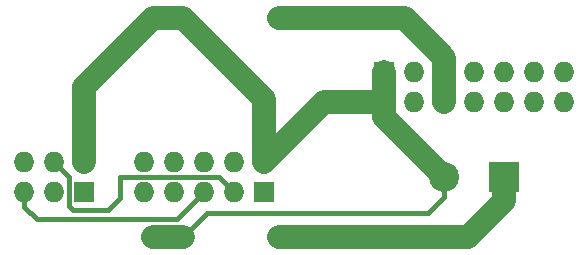
<source format=gbr>
G04 #@! TF.FileFunction,Copper,L2,Bot,Signal*
%FSLAX46Y46*%
G04 Gerber Fmt 4.6, Leading zero omitted, Abs format (unit mm)*
G04 Created by KiCad (PCBNEW 4.0.2+dfsg1-stable) date Sat 09 Apr 2016 11:20:45 AM EDT*
%MOMM*%
G01*
G04 APERTURE LIST*
%ADD10C,0.100000*%
%ADD11R,1.727200X1.727200*%
%ADD12O,1.727200X1.727200*%
%ADD13R,2.540000X2.540000*%
%ADD14C,2.540000*%
%ADD15C,1.500000*%
%ADD16C,0.400000*%
%ADD17C,2.000000*%
G04 APERTURE END LIST*
D10*
D11*
X-3810000Y3810000D03*
D12*
X-3810000Y6350000D03*
X-6350000Y3810000D03*
X-6350000Y6350000D03*
X-8890000Y3810000D03*
X-8890000Y6350000D03*
X-11430000Y3810000D03*
X-11430000Y6350000D03*
X-13970000Y3810000D03*
X-13970000Y6350000D03*
D11*
X6350000Y13970000D03*
D12*
X6350000Y11430000D03*
X8890000Y13970000D03*
X8890000Y11430000D03*
X11430000Y13970000D03*
X11430000Y11430000D03*
X13970000Y13970000D03*
X13970000Y11430000D03*
X16510000Y13970000D03*
X16510000Y11430000D03*
X19050000Y13970000D03*
X19050000Y11430000D03*
X21590000Y13970000D03*
X21590000Y11430000D03*
D11*
X-19050000Y3810000D03*
D12*
X-19050000Y6350000D03*
X-21590000Y3810000D03*
X-21590000Y6350000D03*
X-24130000Y3810000D03*
X-24130000Y6350000D03*
D13*
X16510000Y5080000D03*
D14*
X11430000Y5080000D03*
D15*
X-13208000Y0D03*
X-10668000Y0D03*
X0Y0D03*
X-2540000Y0D03*
X-13208000Y18542000D03*
X-10668000Y18542000D03*
X0Y18542000D03*
X-2540000Y18542000D03*
D16*
X10052000Y2032000D02*
X-8636000Y2032000D01*
X-8636000Y2032000D02*
X-10668000Y0D01*
X11430000Y3410000D02*
X10052000Y2032000D01*
D17*
X-19050000Y6350000D02*
X-19050000Y12700000D01*
X-19050000Y12700000D02*
X-13208000Y18542000D01*
X-10668000Y18542000D02*
X-13208000Y18542000D01*
X-13208000Y0D02*
X-10668000Y0D01*
X-10668000Y18542000D02*
X-3810000Y11684000D01*
X-3810000Y11684000D02*
X-3810000Y6350000D01*
X6350000Y11430000D02*
X1270000Y11430000D01*
X1270000Y11430000D02*
X-3810000Y6350000D01*
X6350000Y11430000D02*
X6350000Y10160000D01*
X6350000Y13970000D02*
X6350000Y11430000D01*
D16*
X11430000Y5080000D02*
X11430000Y3410000D01*
D17*
X6350000Y10160000D02*
X11430000Y5080000D01*
D16*
X-16002000Y5080000D02*
X-7620000Y5080000D01*
X-7620000Y5080000D02*
X-6350000Y3810000D01*
X-17018000Y2286000D02*
X-16002000Y3302000D01*
X-16002000Y3302000D02*
X-16002000Y5080000D01*
X-19973202Y2286000D02*
X-17018000Y2286000D01*
X-20320000Y5080000D02*
X-20320000Y2632798D01*
X-20320000Y2632798D02*
X-19973202Y2286000D01*
X-21590000Y6350000D02*
X-20320000Y5080000D01*
X-23065314Y1524000D02*
X-11176000Y1524000D01*
X-11176000Y1524000D02*
X-8890000Y3810000D01*
X-24130000Y3810000D02*
X-24130000Y2588686D01*
X-24130000Y2588686D02*
X-23065314Y1524000D01*
D17*
X0Y18542000D02*
X-2540000Y18542000D01*
X11430000Y13970000D02*
X11430000Y11430000D01*
X0Y18542000D02*
X8079314Y18542000D01*
X8079314Y18542000D02*
X11430000Y15191314D01*
X11430000Y15191314D02*
X11430000Y13970000D01*
X16510000Y3048000D02*
X13462000Y0D01*
X16510000Y5080000D02*
X16510000Y3048000D01*
X13462000Y0D02*
X0Y0D01*
X0Y0D02*
X-2540000Y0D01*
M02*

</source>
